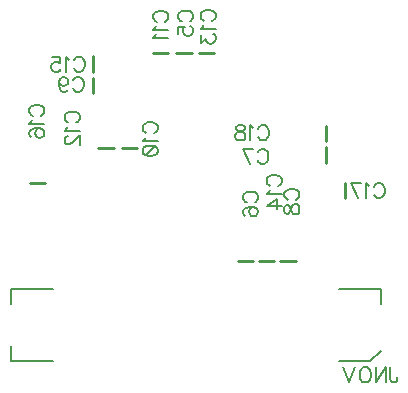
<source format=gbr>
G04 DipTrace 3.2.0.1*
G04 BottomSilk.gbr*
%MOIN*%
G04 #@! TF.FileFunction,Legend,Bot*
G04 #@! TF.Part,Single*
%ADD10C,0.009843*%
%ADD38C,0.007699*%
%ADD101C,0.00772*%
%FSLAX26Y26*%
G04*
G70*
G90*
G75*
G01*
G04 BotSilk*
%LPD*%
X1407461Y1864194D2*
D10*
X1356319D1*
X1561043Y1171239D2*
X1612185D1*
X1856320Y1498051D2*
Y1549193D1*
X1702776Y1171239D2*
X1753917D1*
X1076751Y1781476D2*
Y1730335D1*
X1175217Y1545255D2*
X1226358D1*
X1328720Y1864194D2*
X1277579D1*
X1096476Y1545255D2*
X1147618D1*
X1482264Y1864194D2*
X1431122D1*
X1631909Y1171239D2*
X1683051D1*
X1076751Y1852343D2*
Y1801201D1*
X868130Y1431081D2*
X919272D1*
X1919312Y1379941D2*
Y1431083D1*
X1856320Y1568917D2*
Y1620059D1*
X2036808Y1076437D2*
D38*
Y1027124D1*
X804496Y885743D2*
Y836431D1*
X944312D2*
X804496D1*
X944312Y1076437D2*
X804496D1*
X2036808D2*
X1897736D1*
X804496D2*
Y1027224D1*
X2003094Y836431D2*
X1897860D1*
X2037428Y869926D2*
X2002970Y836431D1*
X1373755Y1969140D2*
D101*
X1369001Y1971517D1*
X1364193Y1976325D1*
X1361816Y1981079D1*
Y1990640D1*
X1364193Y1995449D1*
X1369001Y2000202D1*
X1373755Y2002634D1*
X1380940Y2005010D1*
X1392933D1*
X1400063Y2002634D1*
X1404871Y2000202D1*
X1409624Y1995449D1*
X1412056Y1990640D1*
Y1981078D1*
X1409624Y1976325D1*
X1404871Y1971517D1*
X1400063Y1969140D1*
X1361872Y1925016D2*
Y1948893D1*
X1383371Y1951269D1*
X1380995Y1948893D1*
X1378563Y1941708D1*
Y1934578D1*
X1380995Y1927393D1*
X1385748Y1922584D1*
X1392933Y1920208D1*
X1397686D1*
X1404871Y1922584D1*
X1409680Y1927393D1*
X1412056Y1934578D1*
Y1941708D1*
X1409680Y1948893D1*
X1407248Y1951269D1*
X1402495Y1953701D1*
X1590290Y1365541D2*
X1585537Y1367918D1*
X1580728Y1372726D1*
X1578352Y1377479D1*
Y1387041D1*
X1580728Y1391849D1*
X1585537Y1396603D1*
X1590290Y1399035D1*
X1597475Y1401411D1*
X1609469D1*
X1616598Y1399034D1*
X1621407Y1396603D1*
X1626160Y1391849D1*
X1628592Y1387041D1*
Y1377479D1*
X1626160Y1372726D1*
X1621407Y1367918D1*
X1616598Y1365541D1*
X1585537Y1321417D2*
X1580784Y1323794D1*
X1578407Y1330979D1*
Y1335732D1*
X1580784Y1342917D1*
X1587969Y1347725D1*
X1599907Y1350102D1*
X1611845D1*
X1621407Y1347725D1*
X1626215Y1342917D1*
X1628592Y1335732D1*
Y1333355D1*
X1626215Y1326226D1*
X1621407Y1321417D1*
X1614222Y1319041D1*
X1611845D1*
X1604660Y1321417D1*
X1599907Y1326226D1*
X1597530Y1333355D1*
Y1335732D1*
X1599907Y1342917D1*
X1604660Y1347725D1*
X1611845Y1350102D1*
X1626621Y1531757D2*
X1628997Y1536510D1*
X1633806Y1541319D1*
X1638559Y1543696D1*
X1648120D1*
X1652929Y1541319D1*
X1657682Y1536510D1*
X1660114Y1531757D1*
X1662490Y1524572D1*
Y1512579D1*
X1660114Y1505449D1*
X1657682Y1500641D1*
X1652929Y1495887D1*
X1648120Y1493456D1*
X1638559D1*
X1633806Y1495887D1*
X1628997Y1500641D1*
X1626621Y1505449D1*
X1601620Y1493456D2*
X1577688Y1543640D1*
X1611181D1*
X1728085Y1374604D2*
X1723332Y1376980D1*
X1718524Y1381789D1*
X1716147Y1386542D1*
Y1396103D1*
X1718524Y1400912D1*
X1723332Y1405665D1*
X1728085Y1408097D1*
X1735270Y1410473D1*
X1747264D1*
X1754394Y1408097D1*
X1759202Y1405665D1*
X1763955Y1400912D1*
X1766387Y1396103D1*
Y1386542D1*
X1763955Y1381788D1*
X1759202Y1376980D1*
X1754394Y1374603D1*
X1716202Y1347226D2*
X1718579Y1354356D1*
X1723332Y1356788D1*
X1728141D1*
X1732894Y1354356D1*
X1735326Y1349603D1*
X1737702Y1340041D1*
X1740079Y1332856D1*
X1744887Y1328103D1*
X1749640Y1325726D1*
X1756825D1*
X1761579Y1328103D1*
X1764010Y1330479D1*
X1766387Y1337664D1*
Y1347226D1*
X1764010Y1354356D1*
X1761579Y1356788D1*
X1756825Y1359164D1*
X1749640D1*
X1744887Y1356788D1*
X1740079Y1351979D1*
X1737702Y1344849D1*
X1735326Y1335288D1*
X1732894Y1330479D1*
X1728140Y1328103D1*
X1723332D1*
X1718579Y1330479D1*
X1716202Y1337664D1*
Y1347226D1*
X1011238Y1771915D2*
X1013615Y1776668D1*
X1018423Y1781476D1*
X1023176Y1783853D1*
X1032738D1*
X1037546Y1781476D1*
X1042300Y1776668D1*
X1044731Y1771915D1*
X1047108Y1764730D1*
Y1752736D1*
X1044731Y1745606D1*
X1042300Y1740798D1*
X1037546Y1736045D1*
X1032738Y1733613D1*
X1023176D1*
X1018423Y1736045D1*
X1013615Y1740798D1*
X1011238Y1745606D1*
X964682Y1767106D2*
X967114Y1759921D1*
X971867Y1755113D1*
X979052Y1752736D1*
X981429D1*
X988614Y1755113D1*
X993367Y1759921D1*
X995799Y1767106D1*
Y1769483D1*
X993367Y1776668D1*
X988614Y1781421D1*
X981429Y1783798D1*
X979052D1*
X971867Y1781421D1*
X967114Y1776668D1*
X964682Y1767106D1*
Y1755113D1*
X967114Y1743175D1*
X971867Y1735990D1*
X979052Y1733613D1*
X983805D1*
X990990Y1735990D1*
X993367Y1740798D1*
X1255644Y1597009D2*
X1250891Y1599385D1*
X1246083Y1604194D1*
X1243706Y1608947D1*
Y1618509D1*
X1246083Y1623317D1*
X1250891Y1628070D1*
X1255644Y1630502D1*
X1262829Y1632879D1*
X1274823D1*
X1281953Y1630502D1*
X1286761Y1628070D1*
X1291514Y1623317D1*
X1293946Y1618509D1*
Y1608947D1*
X1291514Y1604194D1*
X1286761Y1599385D1*
X1281953Y1597009D1*
X1253323Y1581570D2*
X1250891Y1576761D1*
X1243761Y1569576D1*
X1293946D1*
X1243761Y1539767D2*
X1246138Y1546952D1*
X1253323Y1551760D1*
X1265261Y1554137D1*
X1272446D1*
X1284384Y1551760D1*
X1291570Y1546952D1*
X1293946Y1539767D1*
Y1535014D1*
X1291570Y1527829D1*
X1284384Y1523076D1*
X1272446Y1520644D1*
X1265261D1*
X1253323Y1523076D1*
X1246138Y1527829D1*
X1243761Y1535014D1*
Y1539767D1*
X1253323Y1523076D2*
X1284384Y1551760D1*
X1291077Y1968170D2*
X1286324Y1970546D1*
X1281516Y1975355D1*
X1279139Y1980108D1*
Y1989670D1*
X1281516Y1994478D1*
X1286324Y1999231D1*
X1291077Y2001663D1*
X1298262Y2004040D1*
X1310256D1*
X1317386Y2001663D1*
X1322194Y1999231D1*
X1326947Y1994478D1*
X1329379Y1989670D1*
Y1980108D1*
X1326947Y1975355D1*
X1322194Y1970546D1*
X1317386Y1968170D1*
X1288756Y1952731D2*
X1286324Y1947922D1*
X1279194Y1940737D1*
X1329379D1*
X1288756Y1925298D2*
X1286324Y1920489D1*
X1279194Y1913304D1*
X1329379D1*
X995802Y1632442D2*
X991049Y1634819D1*
X986240Y1639627D1*
X983864Y1644380D1*
Y1653942D1*
X986240Y1658750D1*
X991049Y1663503D1*
X995802Y1665935D1*
X1002987Y1668312D1*
X1014980D1*
X1022110Y1665935D1*
X1026919Y1663503D1*
X1031672Y1658750D1*
X1034104Y1653942D1*
Y1644380D1*
X1031672Y1639627D1*
X1026919Y1634819D1*
X1022110Y1632442D1*
X993481Y1617003D2*
X991049Y1612194D1*
X983919Y1605009D1*
X1034104D1*
X995857Y1587138D2*
X993480D1*
X988672Y1584762D1*
X986295Y1582385D1*
X983919Y1577577D1*
Y1568015D1*
X986295Y1563262D1*
X988672Y1560885D1*
X993480Y1558453D1*
X998234D1*
X1003042Y1560885D1*
X1010172Y1565638D1*
X1034104Y1589570D1*
Y1556077D1*
X1448558Y1971046D2*
X1443805Y1973422D1*
X1438996Y1978231D1*
X1436620Y1982984D1*
Y1992545D1*
X1438996Y1997354D1*
X1443805Y2002107D1*
X1448558Y2004539D1*
X1455743Y2006916D1*
X1467736D1*
X1474866Y2004539D1*
X1479674Y2002107D1*
X1484428Y1997354D1*
X1486859Y1992545D1*
Y1982984D1*
X1484428Y1978231D1*
X1479674Y1973422D1*
X1474866Y1971046D1*
X1446236Y1955606D2*
X1443805Y1950798D1*
X1436675Y1943613D1*
X1486859D1*
X1436675Y1923365D2*
Y1897112D1*
X1455798Y1911427D1*
Y1904242D1*
X1458175Y1899489D1*
X1460551Y1897112D1*
X1467736Y1894680D1*
X1472489D1*
X1479674Y1897112D1*
X1484483Y1901865D1*
X1486860Y1909050D1*
Y1916235D1*
X1484483Y1923365D1*
X1482051Y1925742D1*
X1477298Y1928174D1*
X1669030Y1421032D2*
X1664277Y1423408D1*
X1659469Y1428217D1*
X1657092Y1432970D1*
Y1442532D1*
X1659469Y1447340D1*
X1664277Y1452093D1*
X1669030Y1454525D1*
X1676215Y1456902D1*
X1688209D1*
X1695338Y1454525D1*
X1700147Y1452093D1*
X1704900Y1447340D1*
X1707332Y1442532D1*
Y1432970D1*
X1704900Y1428217D1*
X1700147Y1423408D1*
X1695338Y1421032D1*
X1666709Y1405593D2*
X1664277Y1400784D1*
X1657147Y1393599D1*
X1707332D1*
Y1354228D2*
X1657147D1*
X1690585Y1378160D1*
Y1342290D1*
X1014332Y1838844D2*
X1016708Y1843597D1*
X1021517Y1848406D1*
X1026270Y1850782D1*
X1035832D1*
X1040640Y1848406D1*
X1045393Y1843597D1*
X1047825Y1838844D1*
X1050202Y1831659D1*
Y1819665D1*
X1047825Y1812536D1*
X1045393Y1807727D1*
X1040640Y1802974D1*
X1035832Y1800542D1*
X1026270D1*
X1021517Y1802974D1*
X1016708Y1807727D1*
X1014332Y1812536D1*
X998892Y1841165D2*
X994084Y1843597D1*
X986899Y1850727D1*
Y1800542D1*
X942775Y1850727D2*
X966651D1*
X969028Y1829227D1*
X966651Y1831604D1*
X959466Y1834035D1*
X952336D1*
X945151Y1831604D1*
X940343Y1826850D1*
X937966Y1819665D1*
Y1814912D1*
X940343Y1807727D1*
X945151Y1802919D1*
X952336Y1800542D1*
X959466D1*
X966651Y1802919D1*
X969028Y1805351D1*
X971460Y1810104D1*
X877692Y1654848D2*
X872938Y1657225D1*
X868130Y1662033D1*
X865753Y1666786D1*
Y1676348D1*
X868130Y1681156D1*
X872938Y1685910D1*
X877692Y1688341D1*
X884877Y1690718D1*
X896870D1*
X904000Y1688341D1*
X908808Y1685910D1*
X913561Y1681156D1*
X915993Y1676348D1*
Y1666786D1*
X913561Y1662033D1*
X908808Y1657225D1*
X904000Y1654848D1*
X875370Y1639409D2*
X872938Y1634600D1*
X865809Y1627415D1*
X915993D1*
X872938Y1583291D2*
X868185Y1585668D1*
X865809Y1592853D1*
Y1597606D1*
X868185Y1604791D1*
X875370Y1609600D1*
X887308Y1611976D1*
X899247D1*
X908808Y1609600D1*
X913617Y1604791D1*
X915993Y1597606D1*
Y1595229D1*
X913617Y1588100D1*
X908808Y1583291D1*
X901623Y1580915D1*
X899247D1*
X892062Y1583291D1*
X887308Y1588100D1*
X884932Y1595230D1*
Y1597606D1*
X887308Y1604791D1*
X892062Y1609600D1*
X899247Y1611976D1*
X2014353Y1417584D2*
X2016729Y1422337D1*
X2021538Y1427146D1*
X2026291Y1429522D1*
X2035853D1*
X2040661Y1427146D1*
X2045414Y1422337D1*
X2047846Y1417584D1*
X2050223Y1410399D1*
Y1398406D1*
X2047846Y1391276D1*
X2045414Y1386467D1*
X2040661Y1381714D1*
X2035853Y1379282D1*
X2026291D1*
X2021538Y1381714D1*
X2016729Y1386467D1*
X2014353Y1391276D1*
X1998913Y1419905D2*
X1994105Y1422337D1*
X1986920Y1429467D1*
Y1379282D1*
X1961919D2*
X1937987Y1429467D1*
X1971481D1*
X1628498Y1610497D2*
X1630875Y1615251D1*
X1635683Y1620059D1*
X1640436Y1622436D1*
X1649998D1*
X1654807Y1620059D1*
X1659560Y1615251D1*
X1661992Y1610497D1*
X1664368Y1603312D1*
Y1591319D1*
X1661992Y1584189D1*
X1659560Y1579381D1*
X1654807Y1574628D1*
X1649998Y1572196D1*
X1640436D1*
X1635683Y1574628D1*
X1630875Y1579381D1*
X1628498Y1584189D1*
X1613059Y1612819D2*
X1608251Y1615251D1*
X1601066Y1622380D1*
Y1572196D1*
X1573688Y1622380D2*
X1580818Y1620004D1*
X1583250Y1615251D1*
Y1610442D1*
X1580818Y1605689D1*
X1576065Y1603257D1*
X1566503Y1600881D1*
X1559318Y1598504D1*
X1554565Y1593696D1*
X1552188Y1588942D1*
Y1581757D1*
X1554565Y1577004D1*
X1556941Y1574572D1*
X1564126Y1572196D1*
X1573688D1*
X1580818Y1574572D1*
X1583250Y1577004D1*
X1585626Y1581757D1*
Y1588942D1*
X1583250Y1593696D1*
X1578441Y1598504D1*
X1571311Y1600881D1*
X1561750Y1603257D1*
X1556941Y1605689D1*
X1554565Y1610442D1*
Y1615251D1*
X1556941Y1620004D1*
X1564126Y1622380D1*
X1573688D1*
X2069268Y815373D2*
Y777126D1*
X2071644Y769941D1*
X2074076Y767565D1*
X2078829Y765133D1*
X2083638D1*
X2088391Y767565D1*
X2090767Y769941D1*
X2093199Y777126D1*
Y781879D1*
X2020335Y815373D2*
Y765133D1*
X2053828Y815373D1*
Y765133D1*
X1990526Y815373D2*
X1995334Y812996D1*
X2000087Y808188D1*
X2002519Y803434D1*
X2004896Y796249D1*
Y784256D1*
X2002519Y777126D1*
X2000087Y772318D1*
X1995334Y767565D1*
X1990526Y765133D1*
X1980964D1*
X1976211Y767565D1*
X1971402Y772318D1*
X1969026Y777126D1*
X1966649Y784256D1*
Y796249D1*
X1969026Y803434D1*
X1971402Y808188D1*
X1976211Y812996D1*
X1980964Y815373D1*
X1990526D1*
X1951210D2*
X1932087Y765133D1*
X1912963Y815373D1*
M02*

</source>
